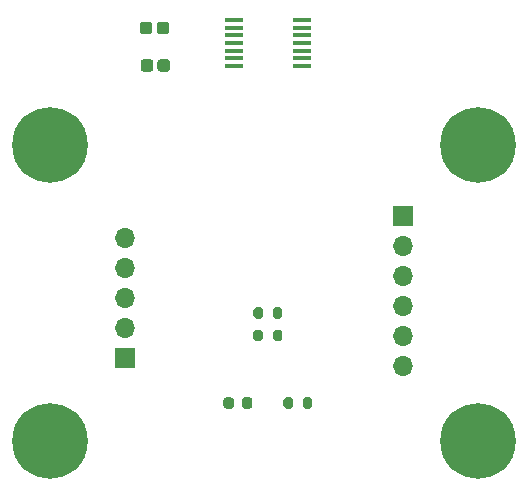
<source format=gbr>
%TF.GenerationSoftware,KiCad,Pcbnew,(5.1.9)-1*%
%TF.CreationDate,2021-03-29T15:47:30-03:00*%
%TF.ProjectId,1335_rev1,31333335-5f72-4657-9631-2e6b69636164,rev?*%
%TF.SameCoordinates,Original*%
%TF.FileFunction,Soldermask,Top*%
%TF.FilePolarity,Negative*%
%FSLAX46Y46*%
G04 Gerber Fmt 4.6, Leading zero omitted, Abs format (unit mm)*
G04 Created by KiCad (PCBNEW (5.1.9)-1) date 2021-03-29 15:47:30*
%MOMM*%
%LPD*%
G01*
G04 APERTURE LIST*
%ADD10O,1.700000X1.700000*%
%ADD11R,1.700000X1.700000*%
%ADD12C,6.400000*%
%ADD13C,0.800000*%
%ADD14R,1.570000X0.410000*%
G04 APERTURE END LIST*
D10*
%TO.C,J1*%
X130810000Y-83185000D03*
X130810000Y-85725000D03*
X130810000Y-88265000D03*
X130810000Y-90805000D03*
D11*
X130810000Y-93345000D03*
%TD*%
D10*
%TO.C,J2*%
X154305000Y-93980000D03*
X154305000Y-91440000D03*
X154305000Y-88900000D03*
X154305000Y-86360000D03*
X154305000Y-83820000D03*
D11*
X154305000Y-81280000D03*
%TD*%
%TO.C,R1*%
G36*
G01*
X144990000Y-96880000D02*
X144990000Y-97430000D01*
G75*
G02*
X144790000Y-97630000I-200000J0D01*
G01*
X144390000Y-97630000D01*
G75*
G02*
X144190000Y-97430000I0J200000D01*
G01*
X144190000Y-96880000D01*
G75*
G02*
X144390000Y-96680000I200000J0D01*
G01*
X144790000Y-96680000D01*
G75*
G02*
X144990000Y-96880000I0J-200000D01*
G01*
G37*
G36*
G01*
X146640000Y-96880000D02*
X146640000Y-97430000D01*
G75*
G02*
X146440000Y-97630000I-200000J0D01*
G01*
X146040000Y-97630000D01*
G75*
G02*
X145840000Y-97430000I0J200000D01*
G01*
X145840000Y-96880000D01*
G75*
G02*
X146040000Y-96680000I200000J0D01*
G01*
X146440000Y-96680000D01*
G75*
G02*
X146640000Y-96880000I0J-200000D01*
G01*
G37*
%TD*%
%TO.C,R3*%
G36*
G01*
X143300000Y-91715000D02*
X143300000Y-91165000D01*
G75*
G02*
X143500000Y-90965000I200000J0D01*
G01*
X143900000Y-90965000D01*
G75*
G02*
X144100000Y-91165000I0J-200000D01*
G01*
X144100000Y-91715000D01*
G75*
G02*
X143900000Y-91915000I-200000J0D01*
G01*
X143500000Y-91915000D01*
G75*
G02*
X143300000Y-91715000I0J200000D01*
G01*
G37*
G36*
G01*
X141650000Y-91715000D02*
X141650000Y-91165000D01*
G75*
G02*
X141850000Y-90965000I200000J0D01*
G01*
X142250000Y-90965000D01*
G75*
G02*
X142450000Y-91165000I0J-200000D01*
G01*
X142450000Y-91715000D01*
G75*
G02*
X142250000Y-91915000I-200000J0D01*
G01*
X141850000Y-91915000D01*
G75*
G02*
X141650000Y-91715000I0J200000D01*
G01*
G37*
%TD*%
%TO.C,R2*%
G36*
G01*
X143300000Y-89810000D02*
X143300000Y-89260000D01*
G75*
G02*
X143500000Y-89060000I200000J0D01*
G01*
X143900000Y-89060000D01*
G75*
G02*
X144100000Y-89260000I0J-200000D01*
G01*
X144100000Y-89810000D01*
G75*
G02*
X143900000Y-90010000I-200000J0D01*
G01*
X143500000Y-90010000D01*
G75*
G02*
X143300000Y-89810000I0J200000D01*
G01*
G37*
G36*
G01*
X141650000Y-89810000D02*
X141650000Y-89260000D01*
G75*
G02*
X141850000Y-89060000I200000J0D01*
G01*
X142250000Y-89060000D01*
G75*
G02*
X142450000Y-89260000I0J-200000D01*
G01*
X142450000Y-89810000D01*
G75*
G02*
X142250000Y-90010000I-200000J0D01*
G01*
X141850000Y-90010000D01*
G75*
G02*
X141650000Y-89810000I0J200000D01*
G01*
G37*
%TD*%
%TO.C,D1*%
G36*
G01*
X140685000Y-97411250D02*
X140685000Y-96898750D01*
G75*
G02*
X140903750Y-96680000I218750J0D01*
G01*
X141341250Y-96680000D01*
G75*
G02*
X141560000Y-96898750I0J-218750D01*
G01*
X141560000Y-97411250D01*
G75*
G02*
X141341250Y-97630000I-218750J0D01*
G01*
X140903750Y-97630000D01*
G75*
G02*
X140685000Y-97411250I0J218750D01*
G01*
G37*
G36*
G01*
X139110000Y-97411250D02*
X139110000Y-96898750D01*
G75*
G02*
X139328750Y-96680000I218750J0D01*
G01*
X139766250Y-96680000D01*
G75*
G02*
X139985000Y-96898750I0J-218750D01*
G01*
X139985000Y-97411250D01*
G75*
G02*
X139766250Y-97630000I-218750J0D01*
G01*
X139328750Y-97630000D01*
G75*
G02*
X139110000Y-97411250I0J218750D01*
G01*
G37*
%TD*%
%TO.C,C2*%
G36*
G01*
X133175000Y-68304999D02*
X133175000Y-68855001D01*
G75*
G02*
X132925001Y-69105000I-249999J0D01*
G01*
X132349999Y-69105000D01*
G75*
G02*
X132100000Y-68855001I0J249999D01*
G01*
X132100000Y-68304999D01*
G75*
G02*
X132349999Y-68055000I249999J0D01*
G01*
X132925001Y-68055000D01*
G75*
G02*
X133175000Y-68304999I0J-249999D01*
G01*
G37*
G36*
G01*
X134600000Y-68304999D02*
X134600000Y-68855001D01*
G75*
G02*
X134350001Y-69105000I-249999J0D01*
G01*
X133774999Y-69105000D01*
G75*
G02*
X133525000Y-68855001I0J249999D01*
G01*
X133525000Y-68304999D01*
G75*
G02*
X133774999Y-68055000I249999J0D01*
G01*
X134350001Y-68055000D01*
G75*
G02*
X134600000Y-68304999I0J-249999D01*
G01*
G37*
%TD*%
%TO.C,C1*%
G36*
G01*
X134522500Y-65129999D02*
X134522500Y-65680001D01*
G75*
G02*
X134272501Y-65930000I-249999J0D01*
G01*
X133697499Y-65930000D01*
G75*
G02*
X133447500Y-65680001I0J249999D01*
G01*
X133447500Y-65129999D01*
G75*
G02*
X133697499Y-64880000I249999J0D01*
G01*
X134272501Y-64880000D01*
G75*
G02*
X134522500Y-65129999I0J-249999D01*
G01*
G37*
G36*
G01*
X133097500Y-65129999D02*
X133097500Y-65680001D01*
G75*
G02*
X132847501Y-65930000I-249999J0D01*
G01*
X132272499Y-65930000D01*
G75*
G02*
X132022500Y-65680001I0J249999D01*
G01*
X132022500Y-65129999D01*
G75*
G02*
X132272499Y-64880000I249999J0D01*
G01*
X132847501Y-64880000D01*
G75*
G02*
X133097500Y-65129999I0J-249999D01*
G01*
G37*
%TD*%
D12*
%TO.C,H1*%
X124460000Y-75330000D03*
D13*
X126860000Y-75330000D03*
X126157056Y-77027056D03*
X124460000Y-77730000D03*
X122762944Y-77027056D03*
X122060000Y-75330000D03*
X122762944Y-73632944D03*
X124460000Y-72930000D03*
X126157056Y-73632944D03*
%TD*%
%TO.C,H2*%
X162352056Y-73632944D03*
X160655000Y-72930000D03*
X158957944Y-73632944D03*
X158255000Y-75330000D03*
X158957944Y-77027056D03*
X160655000Y-77730000D03*
X162352056Y-77027056D03*
X163055000Y-75330000D03*
D12*
X160655000Y-75330000D03*
%TD*%
%TO.C,H3*%
X124460000Y-100330000D03*
D13*
X126860000Y-100330000D03*
X126157056Y-102027056D03*
X124460000Y-102730000D03*
X122762944Y-102027056D03*
X122060000Y-100330000D03*
X122762944Y-98632944D03*
X124460000Y-97930000D03*
X126157056Y-98632944D03*
%TD*%
%TO.C,H4*%
X162352056Y-98632944D03*
X160655000Y-97930000D03*
X158957944Y-98632944D03*
X158255000Y-100330000D03*
X158957944Y-102027056D03*
X160655000Y-102730000D03*
X162352056Y-102027056D03*
X163055000Y-100330000D03*
D12*
X160655000Y-100330000D03*
%TD*%
D14*
%TO.C,U1*%
X140005000Y-64725000D03*
X140005000Y-65375000D03*
X140005000Y-66025000D03*
X140005000Y-66675000D03*
X140005000Y-67325000D03*
X140005000Y-67975000D03*
X140005000Y-68625000D03*
X145745000Y-68625000D03*
X145745000Y-67975000D03*
X145745000Y-67325000D03*
X145745000Y-66675000D03*
X145745000Y-66025000D03*
X145745000Y-65375000D03*
X145745000Y-64725000D03*
%TD*%
M02*

</source>
